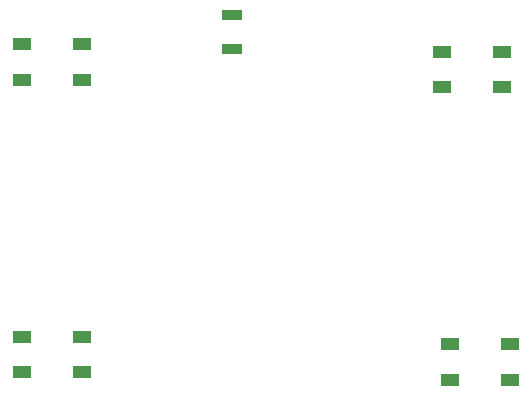
<source format=gbr>
G04 #@! TF.FileFunction,Paste,Top*
%FSLAX46Y46*%
G04 Gerber Fmt 4.6, Leading zero omitted, Abs format (unit mm)*
G04 Created by KiCad (PCBNEW 4.0.7) date 09/07/18 14:24:09*
%MOMM*%
%LPD*%
G01*
G04 APERTURE LIST*
%ADD10C,0.100000*%
%ADD11R,1.600000X1.000000*%
%ADD12R,1.700000X0.900000*%
G04 APERTURE END LIST*
D10*
D11*
X119380000Y-74065000D03*
X119380000Y-77065000D03*
X124460000Y-74065000D03*
X124460000Y-77065000D03*
X154940000Y-74700000D03*
X154940000Y-77700000D03*
X160020000Y-74700000D03*
X160020000Y-77700000D03*
D12*
X137160000Y-74475000D03*
X137160000Y-71575000D03*
D11*
X119380000Y-98830000D03*
X119380000Y-101830000D03*
X124460000Y-98830000D03*
X124460000Y-101830000D03*
X155575000Y-99465000D03*
X155575000Y-102465000D03*
X160655000Y-99465000D03*
X160655000Y-102465000D03*
M02*

</source>
